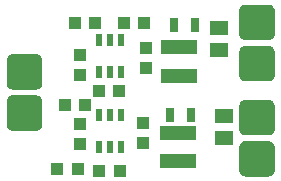
<source format=gbs>
G04 DipTrace Beta 2.3.5.2*
%INBuckYeah.GBS*%
%MOIN*%
%ADD23R,0.0236X0.0433*%
%ADD26R,0.0433X0.0394*%
%ADD27R,0.0394X0.0433*%
%ADD28R,0.0591X0.0512*%
%ADD30R,0.0315X0.0472*%
%ADD32R,0.122X0.0472*%
%FSLAX44Y44*%
G04*
G70*
G90*
G75*
G01*
%LNBotMask*%
%LPD*%
G36*
X1166Y1659D2*
X384D1*
X364Y1661D1*
X343Y1664D1*
X323Y1669D1*
X303Y1677D1*
X284Y1686D1*
X267Y1698D1*
X251Y1711D1*
X236Y1726D1*
X223Y1742D1*
X211Y1759D1*
X202Y1778D1*
X194Y1798D1*
X189Y1818D1*
X186Y1839D1*
X184Y1859D1*
Y2641D1*
X186Y2661D1*
X189Y2682D1*
X194Y2702D1*
X202Y2722D1*
X211Y2741D1*
X223Y2758D1*
X236Y2774D1*
X251Y2789D1*
X267Y2802D1*
X284Y2814D1*
X303Y2823D1*
X323Y2831D1*
X343Y2836D1*
X364Y2839D1*
X384Y2841D1*
X1166D1*
X1186Y2839D1*
X1207Y2836D1*
X1227Y2831D1*
X1247Y2823D1*
X1266Y2814D1*
X1283Y2802D1*
X1299Y2789D1*
X1314Y2774D1*
X1327Y2758D1*
X1339Y2741D1*
X1348Y2722D1*
X1356Y2702D1*
X1361Y2682D1*
X1364Y2661D1*
X1366Y2641D1*
Y1859D1*
X1364Y1839D1*
X1361Y1818D1*
X1356Y1798D1*
X1348Y1778D1*
X1339Y1759D1*
X1327Y1742D1*
X1314Y1726D1*
X1299Y1711D1*
X1283Y1698D1*
X1266Y1686D1*
X1247Y1677D1*
X1227Y1669D1*
X1207Y1664D1*
X1186Y1661D1*
X1166Y1659D1*
G37*
G36*
Y3034D2*
X384D1*
X364Y3036D1*
X343Y3039D1*
X323Y3044D1*
X303Y3052D1*
X284Y3061D1*
X267Y3073D1*
X251Y3086D1*
X236Y3101D1*
X223Y3117D1*
X211Y3134D1*
X202Y3153D1*
X194Y3173D1*
X189Y3193D1*
X186Y3214D1*
X184Y3234D1*
Y4016D1*
X186Y4036D1*
X189Y4057D1*
X194Y4077D1*
X202Y4097D1*
X211Y4116D1*
X223Y4133D1*
X236Y4149D1*
X251Y4164D1*
X267Y4177D1*
X284Y4189D1*
X303Y4198D1*
X323Y4206D1*
X343Y4211D1*
X364Y4214D1*
X384Y4216D1*
X1166D1*
X1186Y4214D1*
X1207Y4211D1*
X1227Y4206D1*
X1247Y4198D1*
X1266Y4189D1*
X1283Y4177D1*
X1299Y4164D1*
X1314Y4149D1*
X1327Y4133D1*
X1339Y4116D1*
X1348Y4097D1*
X1356Y4077D1*
X1361Y4057D1*
X1364Y4036D1*
X1366Y4016D1*
Y3234D1*
X1364Y3214D1*
X1361Y3193D1*
X1356Y3173D1*
X1348Y3153D1*
X1339Y3134D1*
X1327Y3117D1*
X1314Y3101D1*
X1299Y3086D1*
X1283Y3073D1*
X1266Y3061D1*
X1247Y3052D1*
X1227Y3044D1*
X1207Y3039D1*
X1186Y3036D1*
X1166Y3034D1*
G37*
G36*
X8916Y3309D2*
X8134D1*
X8114Y3311D1*
X8093Y3314D1*
X8073Y3319D1*
X8053Y3327D1*
X8034Y3336D1*
X8017Y3348D1*
X8001Y3361D1*
X7986Y3376D1*
X7973Y3392D1*
X7961Y3409D1*
X7952Y3428D1*
X7944Y3448D1*
X7939Y3468D1*
X7936Y3489D1*
X7934Y3509D1*
Y4291D1*
X7936Y4311D1*
X7939Y4332D1*
X7944Y4352D1*
X7952Y4372D1*
X7961Y4391D1*
X7973Y4408D1*
X7986Y4424D1*
X8001Y4439D1*
X8017Y4452D1*
X8034Y4464D1*
X8053Y4473D1*
X8073Y4481D1*
X8093Y4486D1*
X8114Y4489D1*
X8134Y4491D1*
X8916D1*
X8936Y4489D1*
X8957Y4486D1*
X8977Y4481D1*
X8997Y4473D1*
X9016Y4464D1*
X9033Y4452D1*
X9049Y4439D1*
X9064Y4424D1*
X9077Y4408D1*
X9089Y4391D1*
X9098Y4372D1*
X9106Y4352D1*
X9111Y4332D1*
X9114Y4311D1*
X9116Y4291D1*
Y3509D1*
X9114Y3489D1*
X9111Y3468D1*
X9106Y3448D1*
X9098Y3428D1*
X9089Y3409D1*
X9077Y3392D1*
X9064Y3376D1*
X9049Y3361D1*
X9033Y3348D1*
X9016Y3336D1*
X8997Y3327D1*
X8977Y3319D1*
X8957Y3314D1*
X8936Y3311D1*
X8916Y3309D1*
G37*
G36*
Y4684D2*
X8134D1*
X8114Y4686D1*
X8093Y4689D1*
X8073Y4694D1*
X8053Y4702D1*
X8034Y4711D1*
X8017Y4723D1*
X8001Y4736D1*
X7986Y4751D1*
X7973Y4767D1*
X7961Y4784D1*
X7952Y4803D1*
X7944Y4823D1*
X7939Y4843D1*
X7936Y4864D1*
X7934Y4884D1*
Y5666D1*
X7936Y5686D1*
X7939Y5707D1*
X7944Y5727D1*
X7952Y5747D1*
X7961Y5766D1*
X7973Y5783D1*
X7986Y5799D1*
X8001Y5814D1*
X8017Y5827D1*
X8034Y5839D1*
X8053Y5848D1*
X8073Y5856D1*
X8093Y5861D1*
X8114Y5864D1*
X8134Y5866D1*
X8916D1*
X8936Y5864D1*
X8957Y5861D1*
X8977Y5856D1*
X8997Y5848D1*
X9016Y5839D1*
X9033Y5827D1*
X9049Y5814D1*
X9064Y5799D1*
X9077Y5783D1*
X9089Y5766D1*
X9098Y5747D1*
X9106Y5727D1*
X9111Y5707D1*
X9114Y5686D1*
X9116Y5666D1*
Y4884D1*
X9114Y4864D1*
X9111Y4843D1*
X9106Y4823D1*
X9098Y4803D1*
X9089Y4784D1*
X9077Y4767D1*
X9064Y4751D1*
X9049Y4736D1*
X9033Y4723D1*
X9016Y4711D1*
X8997Y4702D1*
X8977Y4694D1*
X8957Y4689D1*
X8936Y4686D1*
X8916Y4684D1*
G37*
G36*
Y134D2*
X8134D1*
X8114Y136D1*
X8093Y139D1*
X8073Y144D1*
X8053Y152D1*
X8034Y161D1*
X8017Y173D1*
X8001Y186D1*
X7986Y201D1*
X7973Y217D1*
X7961Y234D1*
X7952Y253D1*
X7944Y273D1*
X7939Y293D1*
X7936Y314D1*
X7934Y334D1*
Y1116D1*
X7936Y1136D1*
X7939Y1157D1*
X7944Y1177D1*
X7952Y1197D1*
X7961Y1216D1*
X7973Y1233D1*
X7986Y1249D1*
X8001Y1264D1*
X8017Y1277D1*
X8034Y1289D1*
X8053Y1298D1*
X8073Y1306D1*
X8093Y1311D1*
X8114Y1314D1*
X8134Y1316D1*
X8916D1*
X8936Y1314D1*
X8957Y1311D1*
X8977Y1306D1*
X8997Y1298D1*
X9016Y1289D1*
X9033Y1277D1*
X9049Y1264D1*
X9064Y1249D1*
X9077Y1233D1*
X9089Y1216D1*
X9098Y1197D1*
X9106Y1177D1*
X9111Y1157D1*
X9114Y1136D1*
X9116Y1116D1*
Y334D1*
X9114Y314D1*
X9111Y293D1*
X9106Y273D1*
X9098Y253D1*
X9089Y234D1*
X9077Y217D1*
X9064Y201D1*
X9049Y186D1*
X9033Y173D1*
X9016Y161D1*
X8997Y152D1*
X8977Y144D1*
X8957Y139D1*
X8936Y136D1*
X8916Y134D1*
G37*
G36*
Y1509D2*
X8134D1*
X8114Y1511D1*
X8093Y1514D1*
X8073Y1519D1*
X8053Y1527D1*
X8034Y1536D1*
X8017Y1548D1*
X8001Y1561D1*
X7986Y1576D1*
X7973Y1592D1*
X7961Y1609D1*
X7952Y1628D1*
X7944Y1648D1*
X7939Y1668D1*
X7936Y1689D1*
X7934Y1709D1*
Y2491D1*
X7936Y2511D1*
X7939Y2532D1*
X7944Y2552D1*
X7952Y2572D1*
X7961Y2591D1*
X7973Y2608D1*
X7986Y2624D1*
X8001Y2639D1*
X8017Y2652D1*
X8034Y2664D1*
X8053Y2673D1*
X8073Y2681D1*
X8093Y2686D1*
X8114Y2689D1*
X8134Y2691D1*
X8916D1*
X8936Y2689D1*
X8957Y2686D1*
X8977Y2681D1*
X8997Y2673D1*
X9016Y2664D1*
X9033Y2652D1*
X9049Y2639D1*
X9064Y2624D1*
X9077Y2608D1*
X9089Y2591D1*
X9098Y2572D1*
X9106Y2552D1*
X9111Y2532D1*
X9114Y2511D1*
X9116Y2491D1*
Y1709D1*
X9114Y1689D1*
X9111Y1668D1*
X9106Y1648D1*
X9098Y1628D1*
X9089Y1609D1*
X9077Y1592D1*
X9064Y1576D1*
X9049Y1561D1*
X9033Y1548D1*
X9016Y1536D1*
X8997Y1527D1*
X8977Y1519D1*
X8957Y1514D1*
X8936Y1511D1*
X8916Y1509D1*
G37*
D23*
X4000Y3625D3*
X3626D3*
X3252D3*
Y4688D3*
X3626D3*
X4000D3*
Y1125D3*
X3626D3*
X3252D3*
Y2188D3*
X3626D3*
X4000D3*
D26*
X4100Y5250D3*
X4769D3*
D27*
X4813Y3750D3*
Y4419D3*
D28*
X7250Y4350D3*
Y5098D3*
D27*
X2640Y1870D3*
Y1201D3*
X4725Y1250D3*
Y1919D3*
D28*
X7420Y1410D3*
Y2158D3*
D30*
X5750Y5188D3*
X6459D3*
X5625Y2200D3*
X6334D3*
D32*
X5925Y3500D3*
Y4447D3*
X5900Y650D3*
Y1597D3*
D26*
X3250Y3000D3*
X3919D3*
D27*
X2625Y4188D3*
Y3518D3*
D26*
X3120Y5250D3*
X2451D3*
X2140Y2530D3*
X2809D3*
X3275Y325D3*
X3944D3*
X1875Y375D3*
X2544D3*
M02*

</source>
